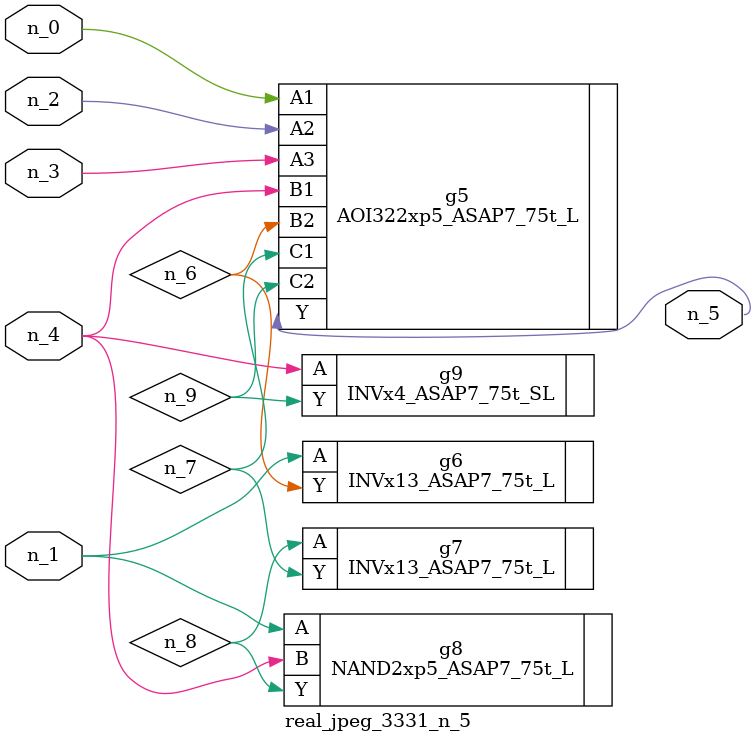
<source format=v>
module real_jpeg_3331_n_5 (n_4, n_0, n_1, n_2, n_3, n_5);

input n_4;
input n_0;
input n_1;
input n_2;
input n_3;

output n_5;

wire n_8;
wire n_6;
wire n_7;
wire n_9;

AOI322xp5_ASAP7_75t_L g5 ( 
.A1(n_0),
.A2(n_2),
.A3(n_3),
.B1(n_4),
.B2(n_6),
.C1(n_7),
.C2(n_9),
.Y(n_5)
);

INVx13_ASAP7_75t_L g6 ( 
.A(n_1),
.Y(n_6)
);

NAND2xp5_ASAP7_75t_L g8 ( 
.A(n_1),
.B(n_4),
.Y(n_8)
);

INVx4_ASAP7_75t_SL g9 ( 
.A(n_4),
.Y(n_9)
);

INVx13_ASAP7_75t_L g7 ( 
.A(n_8),
.Y(n_7)
);


endmodule
</source>
